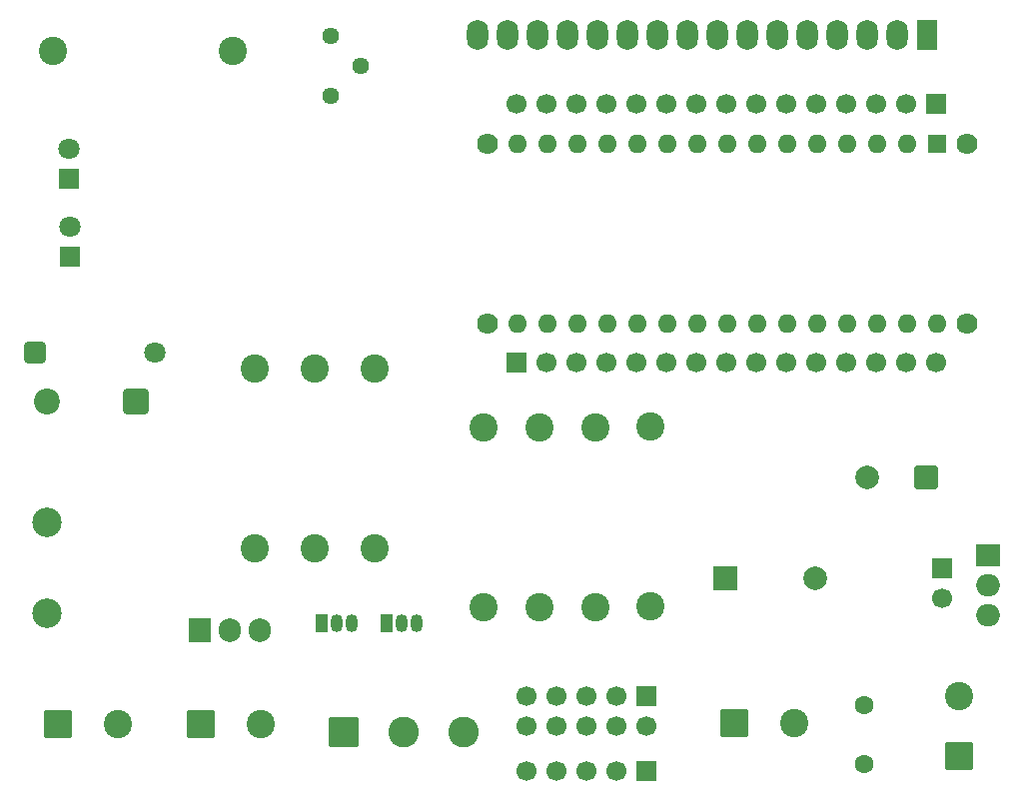
<source format=gbr>
%TF.GenerationSoftware,KiCad,Pcbnew,9.0.5*%
%TF.CreationDate,2025-11-29T23:17:54+05:30*%
%TF.ProjectId,from scrach,66726f6d-2073-4637-9261-63682e6b6963,rev?*%
%TF.SameCoordinates,Original*%
%TF.FileFunction,Soldermask,Bot*%
%TF.FilePolarity,Negative*%
%FSLAX46Y46*%
G04 Gerber Fmt 4.6, Leading zero omitted, Abs format (unit mm)*
G04 Created by KiCad (PCBNEW 9.0.5) date 2025-11-29 23:17:54*
%MOMM*%
%LPD*%
G01*
G04 APERTURE LIST*
G04 Aperture macros list*
%AMRoundRect*
0 Rectangle with rounded corners*
0 $1 Rounding radius*
0 $2 $3 $4 $5 $6 $7 $8 $9 X,Y pos of 4 corners*
0 Add a 4 corners polygon primitive as box body*
4,1,4,$2,$3,$4,$5,$6,$7,$8,$9,$2,$3,0*
0 Add four circle primitives for the rounded corners*
1,1,$1+$1,$2,$3*
1,1,$1+$1,$4,$5*
1,1,$1+$1,$6,$7*
1,1,$1+$1,$8,$9*
0 Add four rect primitives between the rounded corners*
20,1,$1+$1,$2,$3,$4,$5,0*
20,1,$1+$1,$4,$5,$6,$7,0*
20,1,$1+$1,$6,$7,$8,$9,0*
20,1,$1+$1,$8,$9,$2,$3,0*%
G04 Aperture macros list end*
%ADD10R,1.700000X1.700000*%
%ADD11C,1.700000*%
%ADD12R,1.800000X1.800000*%
%ADD13C,1.800000*%
%ADD14C,2.400000*%
%ADD15RoundRect,0.250001X-0.949999X-0.949999X0.949999X-0.949999X0.949999X0.949999X-0.949999X0.949999X0*%
%ADD16R,2.000000X2.000000*%
%ADD17C,2.000000*%
%ADD18RoundRect,0.341000X-0.759000X0.759000X-0.759000X-0.759000X0.759000X-0.759000X0.759000X0.759000X0*%
%ADD19C,2.500000*%
%ADD20C,2.200000*%
%ADD21RoundRect,0.250001X0.949999X-0.949999X0.949999X0.949999X-0.949999X0.949999X-0.949999X-0.949999X0*%
%ADD22C,1.780000*%
%ADD23R,1.600000X1.600000*%
%ADD24O,1.600000X1.600000*%
%ADD25RoundRect,0.250000X-1.050000X-1.050000X1.050000X-1.050000X1.050000X1.050000X-1.050000X1.050000X0*%
%ADD26C,2.600000*%
%ADD27RoundRect,0.250000X-0.650000X-0.650000X0.650000X-0.650000X0.650000X0.650000X-0.650000X0.650000X0*%
%ADD28R,1.050000X1.500000*%
%ADD29O,1.050000X1.500000*%
%ADD30R,2.000000X1.905000*%
%ADD31O,2.000000X1.905000*%
%ADD32C,1.600000*%
%ADD33C,1.440000*%
%ADD34RoundRect,0.250000X0.750000X0.750000X-0.750000X0.750000X-0.750000X-0.750000X0.750000X-0.750000X0*%
%ADD35R,1.905000X2.000000*%
%ADD36O,1.905000X2.000000*%
%ADD37R,1.800000X2.600000*%
%ADD38O,1.800000X2.600000*%
G04 APERTURE END LIST*
D10*
%TO.C,J9*%
X123377688Y-90952848D03*
D11*
X120837688Y-90952848D03*
X118297688Y-90952848D03*
X115757688Y-90952848D03*
X113217688Y-90952848D03*
X110677688Y-90952848D03*
X108137688Y-90952848D03*
X105597688Y-90952848D03*
X103057688Y-90952848D03*
X100517688Y-90952848D03*
X97977688Y-90952848D03*
X95437688Y-90952848D03*
X92897688Y-90952848D03*
X90357688Y-90952848D03*
X87817688Y-90952848D03*
%TD*%
D12*
%TO.C,D1*%
X50000000Y-103870000D03*
D13*
X50000000Y-101330000D03*
%TD*%
D10*
%TO.C,J6*%
X123900000Y-130325000D03*
D11*
X123900000Y-132865000D03*
%TD*%
D14*
%TO.C,R1*%
X63820000Y-86500000D03*
X48580000Y-86500000D03*
%TD*%
D15*
%TO.C,J3*%
X49000000Y-143500000D03*
D14*
X54080000Y-143500000D03*
%TD*%
%TO.C,R8*%
X85036431Y-118348634D03*
X85036431Y-133588634D03*
%TD*%
%TO.C,R2*%
X65644211Y-113365360D03*
X65644211Y-128605360D03*
%TD*%
%TO.C,R6*%
X94486431Y-118348634D03*
X94486431Y-133588634D03*
%TD*%
%TO.C,R4*%
X75821184Y-113369845D03*
X75821184Y-128609845D03*
%TD*%
D16*
%TO.C,BZ1*%
X105500000Y-131200000D03*
D17*
X113100000Y-131200000D03*
%TD*%
D10*
%TO.C,J10*%
X98840000Y-147500000D03*
D11*
X96300000Y-147500000D03*
X93760000Y-147500000D03*
X91220000Y-147500000D03*
X88680000Y-147500000D03*
%TD*%
D18*
%TO.C,K1*%
X55595000Y-116215000D03*
D19*
X47995000Y-126415000D03*
X47995000Y-134115000D03*
D20*
X47995000Y-116215000D03*
%TD*%
D21*
%TO.C,J2*%
X125300000Y-146280000D03*
D14*
X125300000Y-141200000D03*
%TD*%
%TO.C,R3*%
X70700000Y-113380000D03*
X70700000Y-128620000D03*
%TD*%
D22*
%TO.C,A1*%
X126040000Y-94360000D03*
X85400000Y-94360000D03*
X126040000Y-109600000D03*
X85400000Y-109600000D03*
D23*
X123500000Y-94360000D03*
D24*
X120960000Y-94360000D03*
X118420000Y-94360000D03*
X115880000Y-94360000D03*
X113340000Y-94360000D03*
X110800000Y-94360000D03*
X108260000Y-94360000D03*
X105720000Y-94360000D03*
X103180000Y-94360000D03*
X100640000Y-94360000D03*
X98100000Y-94360000D03*
X95560000Y-94360000D03*
X93020000Y-94360000D03*
X90480000Y-94360000D03*
X87940000Y-94360000D03*
X87940000Y-109600000D03*
X90480000Y-109600000D03*
X93020000Y-109600000D03*
X95560000Y-109600000D03*
X98100000Y-109600000D03*
X100640000Y-109600000D03*
X103180000Y-109600000D03*
X105720000Y-109600000D03*
X108260000Y-109600000D03*
X110800000Y-109600000D03*
X113340000Y-109600000D03*
X115880000Y-109600000D03*
X118420000Y-109600000D03*
X120960000Y-109600000D03*
X123500000Y-109600000D03*
%TD*%
D15*
%TO.C,J5*%
X106260000Y-143442500D03*
D14*
X111340000Y-143442500D03*
%TD*%
%TO.C,R5*%
X99136431Y-118328634D03*
X99136431Y-133568634D03*
%TD*%
D10*
%TO.C,J7*%
X87834526Y-112898151D03*
D11*
X90374526Y-112898151D03*
X92914526Y-112898151D03*
X95454526Y-112898151D03*
X97994526Y-112898151D03*
X100534526Y-112898151D03*
X103074526Y-112898151D03*
X105614526Y-112898151D03*
X108154526Y-112898151D03*
X110694526Y-112898151D03*
X113234526Y-112898151D03*
X115774526Y-112898151D03*
X118314526Y-112898151D03*
X120854526Y-112898151D03*
X123394526Y-112898151D03*
%TD*%
D14*
%TO.C,R7*%
X89736431Y-118348634D03*
X89736431Y-133588634D03*
%TD*%
D25*
%TO.C,J1*%
X73140000Y-144200000D03*
D26*
X78220000Y-144200000D03*
X83300000Y-144200000D03*
%TD*%
D12*
%TO.C,D2*%
X49900000Y-97270000D03*
D13*
X49900000Y-94730000D03*
%TD*%
D27*
%TO.C,D4*%
X47020000Y-112000000D03*
D13*
X57180000Y-112000000D03*
%TD*%
D10*
%TO.C,J8*%
X98808460Y-141197884D03*
D11*
X98808460Y-143737884D03*
X96268460Y-141197884D03*
X96268460Y-143737884D03*
X93728460Y-141197884D03*
X93728460Y-143737884D03*
X91188460Y-141197884D03*
X91188460Y-143737884D03*
X88648460Y-141197884D03*
X88648460Y-143737884D03*
%TD*%
D28*
%TO.C,Q2*%
X71304211Y-134985360D03*
D29*
X72574211Y-134985360D03*
X73844211Y-134985360D03*
%TD*%
D30*
%TO.C,U1*%
X127757500Y-129240000D03*
D31*
X127757500Y-131780000D03*
X127757500Y-134320000D03*
%TD*%
D15*
%TO.C,J4*%
X61100000Y-143500000D03*
D14*
X66180000Y-143500000D03*
%TD*%
D32*
%TO.C,C5*%
X117300000Y-146900000D03*
X117300000Y-141900000D03*
%TD*%
D33*
%TO.C,RV1*%
X72100000Y-90300000D03*
X74640000Y-87760000D03*
X72100000Y-85220000D03*
%TD*%
D34*
%TO.C,C4*%
X122567677Y-122600000D03*
D17*
X117567677Y-122600000D03*
%TD*%
D35*
%TO.C,Q4*%
X60960000Y-135550000D03*
D36*
X63500000Y-135550000D03*
X66040000Y-135550000D03*
%TD*%
D28*
%TO.C,Q1*%
X76804211Y-134985360D03*
D29*
X78074211Y-134985360D03*
X79344211Y-134985360D03*
%TD*%
D37*
%TO.C,DS2*%
X122620000Y-85080000D03*
D38*
X120080000Y-85080000D03*
X117540000Y-85080000D03*
X115000000Y-85080000D03*
X112460000Y-85080000D03*
X109920000Y-85080000D03*
X107380000Y-85080000D03*
X104840000Y-85080000D03*
X102300000Y-85080000D03*
X99760000Y-85080000D03*
X97220000Y-85080000D03*
X94680000Y-85080000D03*
X92140000Y-85080000D03*
X89600000Y-85080000D03*
X87060000Y-85080000D03*
X84520000Y-85080000D03*
%TD*%
M02*

</source>
